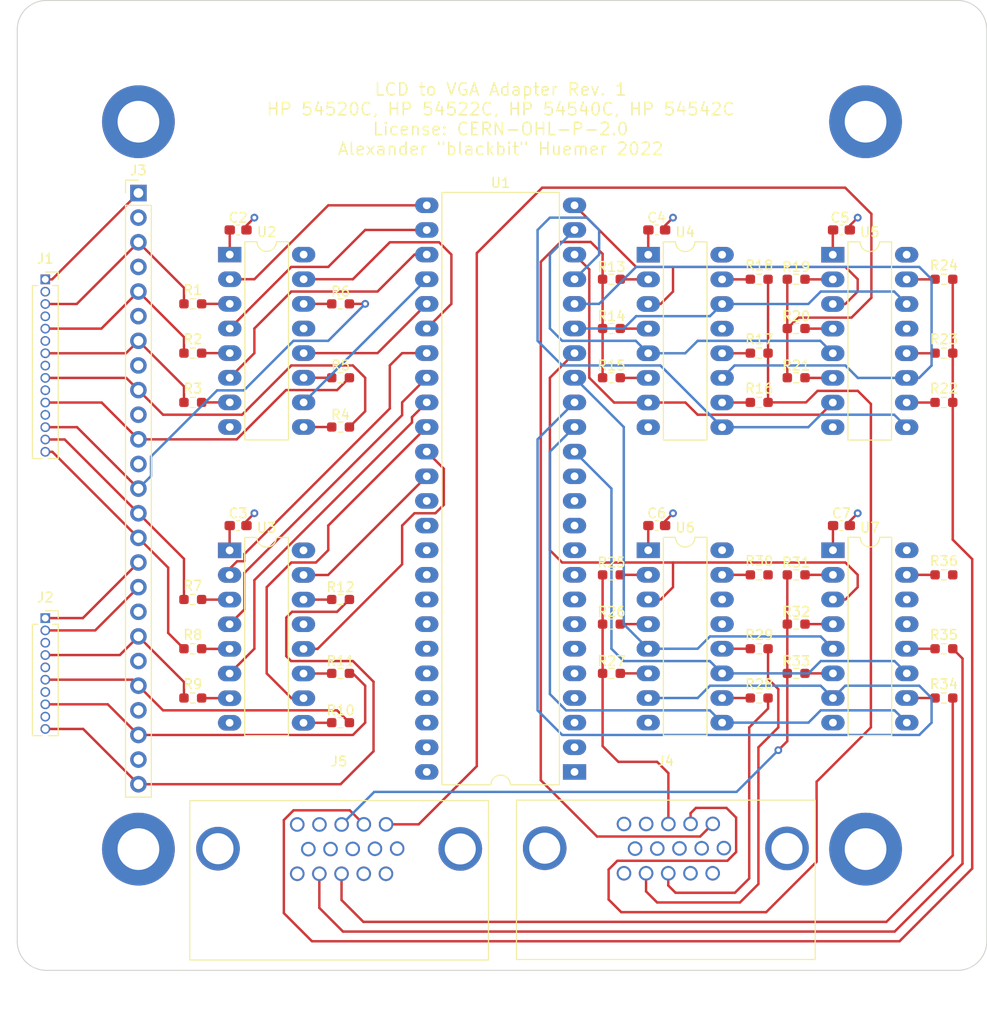
<source format=kicad_pcb>
(kicad_pcb (version 20211014) (generator pcbnew)
  (title_block (title "HP 545xxC LCD to VGA Adapter") (date "2022-12-20") (rev "1") (company "Alexander Huemer 2022") (comment 4 "License: CERN-OHL-P-2.0"))
  (layers (0 "F.Cu" signal) (1 "In1.Cu" signal) (2 "In2.Cu" signal) (31 "B.Cu" signal) (34 "B.Paste" user) (35 "F.Paste" user) (36 "B.SilkS" user "B.Silkscreen") (37 "F.SilkS" user "F.Silkscreen") (38 "B.Mask" user) (39 "F.Mask" user) (44 "Edge.Cuts" user))
  (net 0 "")
  (net 1 "/in_01")
  (net 8 "/in_03")
  (net 10 "/in_05")
  (net 14 "/in_07")
  (net 15 "/in_09")
  (net 16 "/in_11")
  (net 17 "/in_13")
  (net 18 "/in_14")
  (net 19 "/in_15")
  (net 20 "/in_19")
  (net 21 "/in_21")
  (net 22 "/in_23")
  (net 23 "/in_25")
  (net 36 "GND")
  (net 37 "+5V")
  (net 48 "Net-(R13-Pad1)")
  (net 49 "Net-(R14-Pad1)")
  (net 50 "Net-(R15-Pad1)")
  (net 51 "Net-(R16-Pad1)")
  (net 52 "Net-(R17-Pad1)")
  (net 53 "Net-(R18-Pad1)")
  (net 54 "Net-(R19-Pad1)")
  (net 55 "Net-(R20-Pad1)")
  (net 56 "Net-(R21-Pad1)")
  (net 57 "Net-(R22-Pad1)")
  (net 58 "Net-(R23-Pad1)")
  (net 59 "Net-(R24-Pad1)")
  (net 60 "Net-(R25-Pad1)")
  (net 61 "Net-(R26-Pad1)")
  (net 62 "Net-(R27-Pad1)")
  (net 63 "Net-(R1-Pad2)")
  (net 64 "Net-(R2-Pad2)")
  (net 65 "Net-(R3-Pad2)")
  (net 66 "Net-(R4-Pad2)")
  (net 67 "Net-(R5-Pad2)")
  (net 68 "Net-(R6-Pad2)")
  (net 69 "Net-(R7-Pad2)")
  (net 70 "Net-(R8-Pad2)")
  (net 71 "Net-(R9-Pad2)")
  (net 72 "Net-(R10-Pad2)")
  (net 73 "Net-(R11-Pad2)")
  (net 74 "Net-(R12-Pad2)")
  (net 75 "Net-(R28-Pad1)")
  (net 76 "Net-(R29-Pad1)")
  (net 77 "Net-(R30-Pad1)")
  (net 79 "Net-(R31-Pad1)")
  (net 80 "Net-(R32-Pad1)")
  (net 81 "Net-(R33-Pad1)")
  (net 82 "Net-(R34-Pad1)")
  (net 83 "Net-(R35-Pad1)")
  (net 84 "Net-(R36-Pad1)")
  (net 86 "/f_out_vsync")
  (net 87 "/f_out_hsync")
  (net 88 "/f_out_b2")
  (net 89 "/f_out_b1")
  (net 90 "/f_out_b0")
  (net 91 "/f_out_g2")
  (net 92 "/f_out_g1")
  (net 93 "/f_out_g0")
  (net 94 "/f_out_r2")
  (net 95 "/f_out_r1")
  (net 96 "/f_out_r0")
  (net 97 "/f_in_01")
  (net 98 "/f_in_02")
  (net 99 "/f_in_03")
  (net 100 "/f_in_04")
  (net 101 "/f_in_05")
  (net 102 "/f_in_06")
  (net 103 "/f_in_07")
  (net 104 "/f_in_08")
  (net 105 "/f_in_09")
  (net 106 "/f_in_10")
  (net 107 "/f_in_11")
  (net 108 "/f_in_12")
  (net 121 "/vga_red_1")
  (net 122 "/vga_green_1")
  (net 123 "/vga_red_2")
  (net 124 "/vga_green_2")
  (net 125 "/vga_blue_1")
  (net 126 "/vga_hsync_1")
  (net 127 "/vga_vsync_1")
  (net 128 "/vga_blue_2")
  (net 129 "/vga_hsync_2")
  (net 130 "/vga_vsync_2")
  (footprint "Package_DIP:DIP-16_W7.62mm_LongPads" (layer "F.Cu") (at 184.135 106.68)
    (fp_text reference "U7")
    (fp_text value "74HC4050")
  )
  (footprint "Resistor_SMD:R_0603_1608Metric_Pad0.98x0.95mm_HandSolder" (layer "F.Cu") (at 180.34 119.38 180)
    (fp_text reference "R33")
    (fp_text value "R" hide)
  )
  (footprint "Resistor_SMD:R_0603_1608Metric_Pad0.98x0.95mm_HandSolder" (layer "F.Cu") (at 161.29 78.74 180)
    (fp_text reference "R13")
    (fp_text value "330" hide)
  )
  (footprint "Resistor_SMD:R_0603_1608Metric_Pad0.98x0.95mm_HandSolder" (layer "F.Cu") (at 176.53 86.36)
    (fp_text reference "R17")
    (fp_text value "R" hide)
  )
  (footprint "Resistor_SMD:R_0603_1608Metric_Pad0.98x0.95mm_HandSolder" (layer "F.Cu") (at 118.11 111.76)
    (fp_text reference "R7")
    (fp_text value "1k" hide)
  )
  (footprint "MountingHole:MountingHole_4.3mm_M4_DIN965_Pad" (layer "F.Cu") (at 187.5 137.5)
    (fp_text reference "H3" hide)
    (fp_text value "MountingHole" hide)
  )
  (footprint "Resistor_SMD:R_0603_1608Metric_Pad0.98x0.95mm_HandSolder" (layer "F.Cu") (at 176.53 109.22)
    (fp_text reference "R30")
    (fp_text value "R" hide)
  )
  (footprint "Resistor_SMD:R_0603_1608Metric_Pad0.98x0.95mm_HandSolder" (layer "F.Cu") (at 118.11 116.84)
    (fp_text reference "R8")
    (fp_text value "1k" hide)
  )
  (footprint "Resistor_SMD:R_0603_1608Metric_Pad0.98x0.95mm_HandSolder" (layer "F.Cu") (at 118.11 91.44)
    (fp_text reference "R3")
    (fp_text value "1k" hide)
  )
  (footprint "Resistor_SMD:R_0603_1608Metric_Pad0.98x0.95mm_HandSolder" (layer "F.Cu") (at 161.29 88.9 180)
    (fp_text reference "R15")
    (fp_text value "R" hide)
  )
  (footprint "Resistor_SMD:R_0603_1608Metric_Pad0.98x0.95mm_HandSolder" (layer "F.Cu") (at 195.58 109.22)
    (fp_text reference "R36")
    (fp_text value "R" hide)
  )
  (footprint "Resistor_SMD:R_0603_1608Metric_Pad0.98x0.95mm_HandSolder" (layer "F.Cu") (at 176.53 91.44)
    (fp_text reference "R16")
    (fp_text value "330" hide)
  )
  (footprint "MountingHole:MountingHole_4.3mm_M4_DIN965_Pad" (layer "F.Cu") (at 187.5 62.5)
    (fp_text reference "H2" hide)
    (fp_text value "MountingHole" hide)
  )
  (footprint "Resistor_SMD:R_0603_1608Metric_Pad0.98x0.95mm_HandSolder" (layer "F.Cu") (at 118.11 121.92)
    (fp_text reference "R9")
    (fp_text value "1k" hide)
  )
  (footprint "Resistor_SMD:R_0603_1608Metric_Pad0.98x0.95mm_HandSolder" (layer "F.Cu") (at 180.34 83.82 180)
    (fp_text reference "R20")
    (fp_text value "R" hide)
  )
  (footprint "Resistor_SMD:R_0603_1608Metric_Pad0.98x0.95mm_HandSolder" (layer "F.Cu") (at 161.29 114.3 180)
    (fp_text reference "R26")
    (fp_text value "R" hide)
  )
  (footprint "Resistor_SMD:R_0603_1608Metric_Pad0.98x0.95mm_HandSolder" (layer "F.Cu") (at 180.34 88.9 180)
    (fp_text reference "R21")
    (fp_text value "R" hide)
  )
  (footprint "Resistor_SMD:R_0603_1608Metric_Pad0.98x0.95mm_HandSolder" (layer "F.Cu") (at 161.29 83.82 180)
    (fp_text reference "R14")
    (fp_text value "R" hide)
  )
  (footprint "Resistor_SMD:R_0603_1608Metric_Pad0.98x0.95mm_HandSolder" (layer "F.Cu") (at 133.35 81.28 180)
    (fp_text reference "R6")
    (fp_text value "1k" hide)
  )
  (footprint "Capacitor_SMD:C_0603_1608Metric_Pad1.08x0.95mm_HandSolder" (layer "F.Cu") (at 165.9625 104.14 180)
    (fp_text reference "C6")
    (fp_text value "100n" hide)
  )
  (footprint "Package_DIP:DIP-16_W7.62mm_LongPads" (layer "F.Cu") (at 121.905 106.695)
    (fp_text reference "U3")
    (fp_text value "74HC4050")
  )
  (footprint "Resistor_SMD:R_0603_1608Metric_Pad0.98x0.95mm_HandSolder" (layer "F.Cu") (at 133.35 124.46 180)
    (fp_text reference "R10")
    (fp_text value "1k" hide)
  )
  (footprint "Resistor_SMD:R_0603_1608Metric_Pad0.98x0.95mm_HandSolder" (layer "F.Cu") (at 180.34 78.74 180)
    (fp_text reference "R19")
    (fp_text value "330" hide)
  )
  (footprint "Resistor_SMD:R_0603_1608Metric_Pad0.98x0.95mm_HandSolder" (layer "F.Cu") (at 176.53 78.74)
    (fp_text reference "R18")
    (fp_text value "R" hide)
  )
  (footprint "Connector_PinHeader_2.54mm:PinHeader_1x25_P2.54mm_Vertical" (layer "F.Cu") (at 112.5 69.85)
    (fp_text reference "J3")
    (fp_text value "Conn_01x25")
  )
  (footprint "Connector_PinSocket_1.27mm:PinSocket_1x15_P1.27mm_Vertical" (layer "F.Cu") (at 102.895 78.755)
    (fp_text reference "J1")
    (fp_text value "Conn_01x15" hide)
  )
  (footprint "Capacitor_SMD:C_0603_1608Metric_Pad1.08x0.95mm_HandSolder" (layer "F.Cu") (at 185.0125 104.14 180)
    (fp_text reference "C7")
    (fp_text value "100n" hide)
  )
  (footprint "Resistor_SMD:R_0603_1608Metric_Pad0.98x0.95mm_HandSolder" (layer "F.Cu") (at 195.58 116.84)
    (fp_text reference "R35")
    (fp_text value "0" hide)
  )
  (footprint "Package_DIP:DIP-16_W7.62mm_LongPads" (layer "F.Cu") (at 165.085 106.68)
    (fp_text reference "U6")
    (fp_text value "74HC4050")
  )
  (footprint "Package_DIP:DIP-16_W7.62mm_LongPads" (layer "F.Cu") (at 121.92 76.2)
    (fp_text reference "U2")
    (fp_text value "74HC4050")
  )
  (footprint "Resistor_SMD:R_0603_1608Metric_Pad0.98x0.95mm_HandSolder" (layer "F.Cu") (at 195.58 121.92)
    (fp_text reference "R34")
    (fp_text value "0" hide)
  )
  (footprint "HP_54542C_Display_Adapter:VGA" (layer "F.Cu") (at 166.9 137.45)
    (fp_text reference "J4")
    (fp_text value "DB15_Female_HighDensity")
  )
  (footprint "Resistor_SMD:R_0603_1608Metric_Pad0.98x0.95mm_HandSolder" (layer "F.Cu") (at 195.58 78.74)
    (fp_text reference "R24")
    (fp_text value "R" hide)
  )
  (footprint "Resistor_SMD:R_0603_1608Metric_Pad0.98x0.95mm_HandSolder" (layer "F.Cu") (at 118.11 81.28)
    (fp_text reference "R1")
    (fp_text value "1k" hide)
  )
  (footprint "Package_DIP:DIP-48_W15.24mm_LongPads" (layer "F.Cu") (at 157.48 129.54 180)
    (fp_text reference "U1")
    (fp_text value "UPduino_3.0")
  )
  (footprint "Capacitor_SMD:C_0603_1608Metric_Pad1.08x0.95mm_HandSolder" (layer "F.Cu") (at 165.9625 73.66 180)
    (fp_text reference "C4")
    (fp_text value "100n" hide)
  )
  (footprint "Resistor_SMD:R_0603_1608Metric_Pad0.98x0.95mm_HandSolder" (layer "F.Cu") (at 161.29 109.22 180)
    (fp_text reference "R25")
    (fp_text value "330" hide)
  )
  (footprint "MountingHole:MountingHole_4.3mm_M4_DIN965_Pad" (layer "F.Cu") (at 112.5 62.5)
    (fp_text reference "H1" hide)
    (fp_text value "MountingHole" hide)
  )
  (footprint "Capacitor_SMD:C_0603_1608Metric_Pad1.08x0.95mm_HandSolder" (layer "F.Cu") (at 122.7825 104.14 180)
    (fp_text reference "C3")
    (fp_text value "100n" hide)
  )
  (footprint "Resistor_SMD:R_0603_1608Metric_Pad0.98x0.95mm_HandSolder" (layer "F.Cu") (at 161.29 119.38 180)
    (fp_text reference "R27")
    (fp_text value "R" hide)
  )
  (footprint "Resistor_SMD:R_0603_1608Metric_Pad0.98x0.95mm_HandSolder" (layer "F.Cu") (at 176.53 121.92)
    (fp_text reference "R28")
    (fp_text value "0" hide)
  )
  (footprint "Package_DIP:DIP-16_W7.62mm_LongPads" (layer "F.Cu") (at 165.085 76.215)
    (fp_text reference "U4")
    (fp_text value "74HC4050")
  )
  (footprint "Resistor_SMD:R_0603_1608Metric_Pad0.98x0.95mm_HandSolder" (layer "F.Cu") (at 195.58 91.44)
    (fp_text reference "R22")
    (fp_text value "330" hide)
  )
  (footprint "Resistor_SMD:R_0603_1608Metric_Pad0.98x0.95mm_HandSolder" (layer "F.Cu") (at 118.11 86.36)
    (fp_text reference "R2")
    (fp_text value "1k" hide)
  )
  (footprint "Capacitor_SMD:C_0603_1608Metric_Pad1.08x0.95mm_HandSolder" (layer "F.Cu") (at 185.0125 73.66 180)
    (fp_text reference "C5")
    (fp_text value "100n" hide)
  )
  (footprint "Resistor_SMD:R_0603_1608Metric_Pad0.98x0.95mm_HandSolder" (layer "F.Cu") (at 195.58 86.36)
    (fp_text reference "R23")
    (fp_text value "R" hide)
  )
  (footprint "Resistor_SMD:R_0603_1608Metric_Pad0.98x0.95mm_HandSolder" (layer "F.Cu") (at 180.34 114.3 180)
    (fp_text reference "R32")
    (fp_text value "R" hide)
  )
  (footprint "Resistor_SMD:R_0603_1608Metric_Pad0.98x0.95mm_HandSolder" (layer "F.Cu") (at 133.35 93.98 180)
    (fp_text reference "R4")
    (fp_text value "1k" hide)
  )
  (footprint "Connector_PinSocket_1.27mm:PinSocket_1x10_P1.27mm_Vertical" (layer "F.Cu") (at 102.895 113.68)
    (fp_text reference "J2")
    (fp_text value "Conn_01x10")
  )
  (footprint "Capacitor_SMD:C_0603_1608Metric_Pad1.08x0.95mm_HandSolder" (layer "F.Cu") (at 122.7825 73.66 180)
    (fp_text reference "C2")
    (fp_text value "100n" hide)
  )
  (footprint "Resistor_SMD:R_0603_1608Metric_Pad0.98x0.95mm_HandSolder" (layer "F.Cu") (at 133.35 111.76 180)
    (fp_text reference "R12")
    (fp_text value "1k" hide)
  )
  (footprint "Resistor_SMD:R_0603_1608Metric_Pad0.98x0.95mm_HandSolder" (layer "F.Cu") (at 176.53 116.84)
    (fp_text reference "R29")
    (fp_text value "0" hide)
  )
  (footprint "Resistor_SMD:R_0603_1608Metric_Pad0.98x0.95mm_HandSolder" (layer "F.Cu") (at 180.34 109.22 180)
    (fp_text reference "R31")
    (fp_text value "330" hide)
  )
  (footprint "Package_DIP:DIP-16_W7.62mm_LongPads" (layer "F.Cu") (at 184.12 76.215)
    (fp_text reference "U5")
    (fp_text value "74HC4050")
  )
  (footprint "Resistor_SMD:R_0603_1608Metric_Pad0.98x0.95mm_HandSolder" (layer "F.Cu") (at 133.35 119.38 180)
    (fp_text reference "R11")
    (fp_text value "1k" hide)
  )
  (footprint "Resistor_SMD:R_0603_1608Metric_Pad0.98x0.95mm_HandSolder" (layer "F.Cu") (at 133.35 88.9 180)
    (fp_text reference "R5")
    (fp_text value "1k" hide)
  )
  (footprint "HP_54542C_Display_Adapter:VGA" (layer "F.Cu") (at 133.2 137.5)
    (fp_text reference "J5")
    (fp_text value "DB15_Female_HighDensity")
  )
  (footprint "MountingHole:MountingHole_4.3mm_M4_DIN965_Pad" (layer "F.Cu") (at 112.5 137.5)
    (fp_text reference "H4" hide)
    (fp_text value "MountingHole" hide)
  )
  (gr_arc (start 103 150) (mid 100.87868 149.12132) (end 100 147) (layer "Edge.Cuts") (width 0.1))
  (gr_line (start 197 50) (end 103 50) (layer "Edge.Cuts") (width 0.1))
  (gr_line (start 200 147) (end 200 53) (layer "Edge.Cuts") (width 0.1))
  (gr_arc (start 100 53) (mid 100.87868 50.87868) (end 103 50) (layer "Edge.Cuts") (width 0.1))
  (gr_line (start 100 53) (end 100 147) (layer "Edge.Cuts") (width 0.1))
  (gr_arc (start 200 147) (mid 199.12132 149.12132) (end 197 150) (layer "Edge.Cuts") (width 0.1))
  (gr_arc (start 197 50) (mid 199.12132 50.87868) (end 200 53) (layer "Edge.Cuts") (width 0.1))
  (gr_line (start 103 150) (end 197 150) (layer "Edge.Cuts") (width 0.1))
  (gr_text "LCD to VGA Adapter Rev. 1\nHP 54520C, HP 54522C, HP 54540C, HP 54542C\nLicense: CERN-OHL-P-2.0\nAlexander {dblquote}blackbit{dblquote} Huemer 2022" (at 149.86 62.23) (layer "F.SilkS") (effects (font (size 1.27 1.27))))
  (segment (start 103.595 78.755) (end 112.5 69.85) (width 0.25) (layer "F.Cu") (net 1))
  (segment (start 102.895 78.755) (end 103.595 78.755) (width 0.25) (layer "F.Cu") (net 1))
  (segment (start 102.895 81.295) (end 106.135 81.295) (width 0.25) (layer "F.Cu") (net 8))
  (segment (start 106.135 81.295) (end 112.5 74.93) (width 0.25) (layer "F.Cu") (net 8))
  (segment (start 117.1975 79.6275) (end 117.1975 81.28) (width 0.25) (layer "F.Cu") (net 8))
  (segment (start 112.5 74.93) (end 117.1975 79.6275) (width 0.25) (layer "F.Cu") (net 8))
  (segment (start 112.5 80.01) (end 117.1975 84.7075) (width 0.25) (layer "F.Cu") (net 10))
  (segment (start 108.675 83.835) (end 112.5 80.01) (width 0.25) (layer "F.Cu") (net 10))
  (segment (start 102.895 83.835) (end 108.675 83.835) (width 0.25) (layer "F.Cu") (net 10))
  (segment (start 117.1975 84.7075) (end 117.1975 86.36) (width 0.25) (layer "F.Cu") (net 10))
  (segment (start 111.215 86.375) (end 112.5 85.09) (width 0.25) (layer "F.Cu") (net 14))
  (segment (start 117.1975 89.7875) (end 117.1975 91.44) (width 0.25) (layer "F.Cu") (net 14))
  (segment (start 112.5 85.09) (end 117.1975 89.7875) (width 0.25) (layer "F.Cu") (net 14))
  (segment (start 102.895 86.375) (end 111.215 86.375) (width 0.25) (layer "F.Cu") (net 14))
  (segment (start 123.19 92.71) (end 115.04 92.71) (width 0.25) (layer "F.Cu") (net 15))
  (segment (start 134.62 87.63) (end 128.27 87.63) (width 0.25) (layer "F.Cu") (net 15))
  (segment (start 128.27 87.63) (end 123.19 92.71) (width 0.25) (layer "F.Cu") (net 15))
  (segment (start 135.89 88.9) (end 134.62 87.63) (width 0.25) (layer "F.Cu") (net 15))
  (segment (start 135.89 92.3525) (end 135.89 88.9) (width 0.25) (layer "F.Cu") (net 15))
  (segment (start 134.2625 93.98) (end 135.89 92.3525) (width 0.25) (layer "F.Cu") (net 15))
  (segment (start 115.04 92.71) (end 112.5 90.17) (width 0.25) (layer "F.Cu") (net 15))
  (segment (start 111.245 88.915) (end 112.5 90.17) (width 0.25) (layer "F.Cu") (net 15))
  (segment (start 102.895 88.915) (end 111.245 88.915) (width 0.25) (layer "F.Cu") (net 15))
  (segment (start 108.705 91.455) (end 112.5 95.25) (width 0.25) (layer "F.Cu") (net 16))
  (segment (start 127.72099 90.17) (end 132.9925 90.17) (width 0.25) (layer "F.Cu") (net 16))
  (segment (start 112.5 95.25) (end 122.64099 95.25) (width 0.25) (layer "F.Cu") (net 16))
  (segment (start 132.9925 90.17) (end 134.2625 88.9) (width 0.25) (layer "F.Cu") (net 16))
  (segment (start 122.64099 95.25) (end 127.72099 90.17) (width 0.25) (layer "F.Cu") (net 16))
  (segment (start 102.895 91.455) (end 108.705 91.455) (width 0.25) (layer "F.Cu") (net 16))
  (segment (start 102.895 93.995) (end 106.165 93.995) (width 0.25) (layer "F.Cu") (net 17))
  (segment (start 135.89 81.28) (end 134.2625 81.28) (width 0.25) (layer "F.Cu") (net 17))
  (segment (start 106.165 93.995) (end 112.5 100.33) (width 0.25) (layer "F.Cu") (net 17))
  (via (at 135.89 81.28) (size 0.8) (drill 0.4) (layers "F.Cu" "B.Cu") (net 17))
  (segment (start 123.379505 90.2) (end 128.489505 85.09) (width 0.25) (layer "B.Cu") (net 17))
  (segment (start 113.8 99.03) (end 113.8 97.02) (width 0.25) (layer "B.Cu") (net 17))
  (segment (start 132.08 85.09) (end 135.89 81.28) (width 0.25) (layer "B.Cu") (net 17))
  (segment (start 120.62 90.2) (end 123.379505 90.2) (width 0.25) (layer "B.Cu") (net 17))
  (segment (start 128.489505 85.09) (end 132.08 85.09) (width 0.25) (layer "B.Cu") (net 17))
  (segment (start 113.8 97.02) (end 120.62 90.2) (width 0.25) (layer "B.Cu") (net 17))
  (segment (start 112.5 100.33) (end 113.8 99.03) (width 0.25) (layer "B.Cu") (net 17))
  (segment (start 117.1975 107.5675) (end 112.5 102.87) (width 0.25) (layer "F.Cu") (net 18))
  (segment (start 102.895 95.265) (end 104.895 95.265) (width 0.25) (layer "F.Cu") (net 18))
  (segment (start 104.895 95.265) (end 112.5 102.87) (width 0.25) (layer "F.Cu") (net 18))
  (segment (start 117.1975 111.76) (end 117.1975 107.5675) (width 0.25) (layer "F.Cu") (net 18))
  (segment (start 117.1975 116.84) (end 115.57 115.2125) (width 0.25) (layer "F.Cu") (net 19))
  (segment (start 112.5 105.41) (end 115.57 108.48) (width 0.25) (layer "F.Cu") (net 19))
  (segment (start 102.895 96.535) (end 103.625 96.535) (width 0.25) (layer "F.Cu") (net 19))
  (segment (start 103.625 96.535) (end 112.5 105.41) (width 0.25) (layer "F.Cu") (net 19))
  (segment (start 115.57 115.2125) (end 115.57 108.48) (width 0.25) (layer "F.Cu") (net 19))
  (segment (start 117.1975 120.2675) (end 117.1975 121.92) (width 0.25) (layer "F.Cu") (net 20))
  (segment (start 110.58 117.49) (end 112.5 115.57) (width 0.25) (layer "F.Cu") (net 20))
  (segment (start 102.895 117.49) (end 110.58 117.49) (width 0.25) (layer "F.Cu") (net 20))
  (segment (start 112.5 115.57) (end 117.1975 120.2675) (width 0.25) (layer "F.Cu") (net 20))
  (segment (start 115.04 123.19) (end 112.5 120.65) (width 0.25) (layer "F.Cu") (net 21))
  (segment (start 132.9925 123.19) (end 115.04 123.19) (width 0.25) (layer "F.Cu") (net 21))
  (segment (start 111.88 120.03) (end 112.5 120.65) (width 0.25) (layer "F.Cu") (net 21))
  (segment (start 102.895 120.03) (end 111.88 120.03) (width 0.25) (layer "F.Cu") (net 21))
  (segment (start 134.2625 124.46) (end 132.9925 123.19) (width 0.25) (layer "F.Cu") (net 21))
  (segment (start 102.895 122.57) (end 109.34 122.57) (width 0.25) (layer "F.Cu") (net 22))
  (segment (start 135.89 120.65) (end 134.62 119.38) (width 0.25) (layer "F.Cu") (net 22))
  (segment (start 112.5 125.73) (end 134.62 125.73) (width 0.25) (layer "F.Cu") (net 22))
  (segment (start 135.89 124.46) (end 135.89 120.65) (width 0.25) (layer "F.Cu") (net 22))
  (segment (start 134.62 125.73) (end 135.89 124.46) (width 0.25) (layer "F.Cu") (net 22))
  (segment (start 134.62 119.38) (end 134.2625 119.38) (width 0.25) (layer "F.Cu") (net 22))
  (segment (start 109.34 122.57) (end 112.5 125.73) (width 0.25) (layer "F.Cu") (net 22))
  (segment (start 136.75 120.24) (end 134.62 118.11) (width 0.25) (layer "F.Cu") (net 23))
  (segment (start 102.895 125.11) (end 106.8 125.11) (width 0.25) (layer "F.Cu") (net 23))
  (segment (start 132.9925 113.03) (end 134.2625 111.76) (width 0.25) (layer "F.Cu") (net 23))
  (segment (start 128.252253 118.11) (end 127.75 117.607747) (width 0.25) (layer "F.Cu") (net 23))
  (segment (start 106.8 125.11) (end 112.5 130.81) (width 0.25) (layer "F.Cu") (net 23))
  (segment (start 127.75 113.625) (end 128.345 113.03) (width 0.25) (layer "F.Cu") (net 23))
  (segment (start 128.345 113.03) (end 132.9925 113.03) (width 0.25) (layer "F.Cu") (net 23))
  (segment (start 133.35 130.81) (end 136.75 127.41) (width 0.25) (layer "F.Cu") (net 23))
  (segment (start 127.75 117.607747) (end 127.75 113.625) (width 0.25) (layer "F.Cu") (net 23))
  (segment (start 134.62 118.11) (end 128.252253 118.11) (width 0.25) (layer "F.Cu") (net 23))
  (segment (start 136.75 127.41) (end 136.75 120.24) (width 0.25) (layer "F.Cu") (net 23))
  (segment (start 112.5 130.81) (end 133.35 130.81) (width 0.25) (layer "F.Cu") (net 23))
  (segment (start 166.825 104.14) (end 166.825 103.685) (width 0.25) (layer "F.Cu") (net 36))
  (segment (start 186.69 72.39) (end 185.875 73.205) (width 0.25) (layer "F.Cu") (net 36))
  (segment (start 185.875 73.205) (end 185.875 73.66) (width 0.25) (layer "F.Cu") (net 36))
  (segment (start 166.825 103.685) (end 167.64 102.87) (width 0.25) (layer "F.Cu") (net 36))
  (segment (start 124.46 72.39) (end 123.645 73.205) (width 0.25) (layer "F.Cu") (net 36))
  (segment (start 123.645 73.205) (end 123.645 73.66) (width 0.25) (layer "F.Cu") (net 36))
  (segment (start 167.64 72.39) (end 166.825 73.205) (width 0.25) (layer "F.Cu") (net 36))
  (segment (start 123.645 103.685) (end 123.645 104.14) (width 0.25) (layer "F.Cu") (net 36))
  (segment (start 185.875 103.685) (end 186.69 102.87) (width 0.25) (layer "F.Cu") (net 36))
  (segment (start 124.46 102.87) (end 123.645 103.685) (width 0.25) (layer "F.Cu") (net 36))
  (segment (start 166.825 73.205) (end 166.825 73.66) (width 0.25) (layer "F.Cu") (net 36))
  (segment (start 185.875 104.14) (end 185.875 103.685) (width 0.25) (layer "F.Cu") (net 36))
  (via (at 186.69 102.87) (size 0.8) (drill 0.4) (layers "F.Cu" "B.Cu") (net 36))
  (via (at 186.69 72.39) (size 0.8) (drill 0.4) (layers "F.Cu" "B.Cu") (net 36))
  (via (at 167.64 72.39) (size 0.8) (drill 0.4) (layers "F.Cu" "B.Cu") (net 36))
  (via (at 124.46 102.87) (size 0.8) (drill 0.4) (layers "F.Cu" "B.Cu") (net 36))
  (via (at 124.46 72.39) (size 0.8) (drill 0.4) (layers "F.Cu" "B.Cu") (net 36))
  (via (at 167.64 102.87) (size 0.8) (drill 0.4) (layers "F.Cu" "B.Cu") (net 36))
  (segment (start 165.085 106.68) (end 165.085 104.155) (width 0.25) (layer "F.Cu") (net 37))
  (segment (start 184.135 104.155) (end 184.15 104.14) (width 0.25) (layer "F.Cu") (net 37))
  (segment (start 102.895 113.68) (end 106.77 113.68) (width 0.25) (layer "F.Cu") (net 37))
  (segment (start 121.905 106.695) (end 121.905 104.155) (width 0.25) (layer "F.Cu") (net 37))
  (segment (start 121.92 76.2) (end 121.92 73.66) (width 0.25) (layer "F.Cu") (net 37))
  (segment (start 102.895 114.95) (end 108.04 114.95) (width 0.25) (layer "F.Cu") (net 37))
  (segment (start 165.085 73.675) (end 165.1 73.66) (width 0.25) (layer "F.Cu") (net 37))
  (segment (start 106.77 113.68) (end 112.5 107.95) (width 0.25) (layer "F.Cu") (net 37))
  (segment (start 121.905 104.155) (end 121.92 104.14) (width 0.25) (layer "F.Cu") (net 37))
  (segment (start 165.085 104.155) (end 165.1 104.14) (width 0.25) (layer "F.Cu") (net 37))
  (segment (start 108.04 114.95) (end 112.5 110.49) (width 0.25) (layer "F.Cu") (net 37))
  (segment (start 184.12 76.215) (end 184.12 73.69) (width 0.25) (layer "F.Cu") (net 37))
  (segment (start 165.085 76.215) (end 165.085 73.675) (width 0.25) (layer "F.Cu") (net 37))
  (segment (start 184.12 73.69) (end 184.15 73.66) (width 0.25) (layer "F.Cu") (net 37))
  (segment (start 184.135 106.68) (end 184.135 104.155) (width 0.25) (layer "F.Cu") (net 37))
  (segment (start 162.2175 78.755) (end 165.085 78.755) (width 0.25) (layer "F.Cu") (net 48))
  (segment (start 162.2025 78.74) (end 162.2175 78.755) (width 0.25) (layer "F.Cu") (net 48))
  (segment (start 162.2175 83.835) (end 165.085 83.835) (width 0.25) (layer "F.Cu") (net 49))
  (segment (start 162.2025 83.82) (end 162.2175 83.835) (width 0.25) (layer "F.Cu") (net 49))
  (segment (start 162.2175 88.915) (end 165.085 88.915) (width 0.25) (layer "F.Cu") (net 50))
  (segment (start 162.2025 88.9) (end 162.2175 88.915) (width 0.25) (layer "F.Cu") (net 50))
  (segment (start 175.6025 91.455) (end 175.6175 91.44) (width 0.25) (layer "F.Cu") (net 51))
  (segment (start 172.705 91.455) (end 175.6025 91.455) (width 0.25) (layer "F.Cu") (net 51))
  (segment (start 175.6025 86.375) (end 175.6175 86.36) (width 0.25) (layer "F.Cu") (net 52))
  (segment (start 172.705 86.375) (end 175.6025 86.375) (width 0.25) (layer "F.Cu") (net 52))
  (segment (start 172.705 78.755) (end 175.6025 78.755) (width 0.25) (layer "F.Cu") (net 53))
  (segment (start 175.6025 78.755) (end 175.6175 78.74) (width 0.25) (layer "F.Cu") (net 53))
  (segment (start 181.2525 78.74) (end 181.2675 78.755) (width 0.25) (layer "F.Cu") (net 54))
  (segment (start 181.2675 78.755) (end 184.12 78.755) (width 0.25) (layer "F.Cu") (net 54))
  (segment (start 181.2675 83.835) (end 184.12 83.835) (width 0.25) (layer "F.Cu") (net 55))
  (segment (start 181.2525 83.82) (end 181.2675 83.835) (width 0.25) (layer "F.Cu") (net 55))
  (segment (start 181.2525 88.9) (end 181.2675 88.915) (width 0.25) (layer "F.Cu") (net 56))
  (segment (start 181.2675 88.915) (end 184.12 88.915) (width 0.25) (layer "F.Cu") (net 56))
  (segment (start 194.6525 91.455) (end 194.6675 91.44) (width 0.25) (layer "F.Cu") (net 57))
  (segment (start 191.74 91.455) (end 194.6525 91.455) (width 0.25) (layer "F.Cu") (net 57))
  (segment (start 191.74 86.375) (end 194.295 86.375) (width 0.25) (layer "F.Cu") (net 58))
  (segment (start 194.31 86.36) (end 194.6675 86.36) (width 0.25) (layer "F.Cu") (net 58))
  (segment (start 194.295 86.375) (end 194.31 86.36) (width 0.25) (layer "F.Cu") (net 58))
  (segment (start 194.6525 78.755) (end 194.6675 78.74) (width 0.25) (layer "F.Cu") (net 59))
  (segment (start 191.74 78.755) (end 194.6525 78.755) (width 0.25) (layer "F.Cu") (net 59))
  (segment (start 165.085 109.22) (end 162.2025 109.22) (width 0.25) (layer "F.Cu") (net 60))
  (segment (start 165.085 114.3) (end 162.2025 114.3) (width 0.25) (layer "F.Cu") (net 61))
  (segment (start 162.2025 119.38) (end 165.085 119.38) (width 0.25) (layer "F.Cu") (net 62))
  (segment (start 119.0225 81.28) (end 121.92 81.28) (width 0.25) (layer "F.Cu") (net 63))
  (segment (start 119.0225 86.36) (end 121.92 86.36) (width 0.25) (layer "F.Cu") (net 64))
  (segment (start 119.0225 91.44) (end 121.92 91.44) (width 0.25) (layer "F.Cu") (net 65))
  (segment (start 132.4375 93.98) (end 129.54 93.98) (width 0.25) (layer "F.Cu") (net 66))
  (segment (start 132.4375 88.9) (end 129.54 88.9) (width 0.25) (layer "F.Cu") (net 67))
  (segment (start 132.4375 81.28) (end 129.54 81.28) (width 0.25) (layer "F.Cu") (net 68))
  (segment (start 119.0225 111.76) (end 119.0375 111.775) (width 0.25) (layer "F.Cu") (net 69))
  (segment (start 119.0375 111.775) (end 121.905 111.775) (width 0.25) (layer "F.Cu") (net 69))
  (segment (start 119.0225 116.84) (end 119.0375 116.855) (width 0.25) (layer "F.Cu") (net 70))
  (segment (start 119.0375 116.855) (end 121.905 116.855) (width 0.25) (layer "F.Cu") (net 70))
  (segment (start 119.0225 121.92) (end 119.0375 121.935) (width 0.25) (layer "F.Cu") (net 71))
  (segment (start 119.0375 121.935) (end 121.905 121.935) (width 0.25) (layer "F.Cu") (net 71))
  (segment (start 129.525 124.475) (end 132.4225 124.475) (width 0.25) (layer "F.Cu") (net 72))
  (segment (start 132.4225 124.475) (end 132.4375 124.46) (width 0.25) (layer "F.Cu") (net 72))
  (segment (start 129.525 119.395) (end 132.4225 119.395) (width 0.25) (layer "F.Cu") (net 73))
  (segment (start 132.4225 119.395) (end 132.4375 119.38) (width 0.25) (layer "F.Cu") (net 73))
  (segment (start 129.525 111.775) (end 132.4225 111.775) (width 0.25) (layer "F.Cu") (net 74))
  (segment (start 132.4225 111.775) (end 132.4375 111.76) (width 0.25) (layer "F.Cu") (net 74))
  (segment (start 175.6175 121.92) (end 172.705 121.92) (width 0.25) (layer "F.Cu") (net 75))
  (segment (start 175.6175 116.84) (end 172.705 116.84) (width 0.25) (layer "F.Cu") (net 76))
  (segment (start 175.6175 109.22) (end 172.705 109.22) (width 0.25) (layer "F.Cu") (net 77))
  (segment (start 181.2525 109.22) (end 184.135 109.22) (width 0.25) (layer "F.Cu") (net 79))
  (segment (start 181.2525 114.3) (end 184.135 114.3) (width 0.25) (layer "F.Cu") (net 80))
  (segment (start 181.2525 119.38) (end 184.135 119.38) (width 0.25) (layer "F.Cu") (net 81))
  (segment (start 194.6675 121.92) (end 191.755 121.92) (width 0.25) (layer "F.Cu") (net 82))
  (segment (start 194.6675 116.84) (end 191.755 116.84) (width 0.25) (layer "F.Cu") (net 83))
  (segment (start 194.6675 109.22) (end 191.755 109.22) (width 0.25) (layer "F.Cu") (net 84))
  (segment (start 161.29 100.33) (end 161.29 116.84) (width 0.25) (layer "B.Cu") (net 86))
  (segment (start 182.88 118.11) (end 190.485 118.11) (width 0.25) (layer "B.Cu") (net 86))
  (segment (start 161.29 116.84) (end 162.56 118.11) (width 0.25) (layer "B.Cu") (net 86))
  (segment (start 181.61 119.38) (end 182.88 118.11) (width 0.25) (layer "B.Cu") (net 86))
  (segment (start 171.435 118.11) (end 172.705 119.38) (width 0.25) (layer "B.Cu") (net 86))
  (segment (start 157.48 96.52) (end 161.29 100.33) (width 0.25) (layer "B.Cu") (net 86))
  (segment (start 190.485 118.11) (end 191.755 119.38) (width 0.25) (layer "B.Cu") (net 86))
  (segment (start 162.56 118.11) (end 171.435 118.11) (width 0.25) (layer "B.Cu") (net 86))
  (segment (start 172.705 119.38) (end 181.61 119.38) (width 0.25) (layer "B.Cu") (net 86))
  (segment (start 171.435 123.19) (end 172.705 124.46) (width 0.25) (layer "B.Cu") (net 87))
  (segment (start 181.61 124.46) (end 182.88 123.19) (width 0.25) (layer "B.Cu") (net 87))
  (segment (start 154.94 121.51599) (end 156.61401 123.19) (width 0.25) (layer "B.Cu") (net 87))
  (segment (start 172.705 124.46) (end 181.61 124.46) (width 0.25) (layer "B.Cu") (net 87))
  (segment (start 190.485 123.19) (end 191.755 124.46) (width 0.25) (layer "B.Cu") (net 87))
  (segment (start 156.61401 123.19) (end 171.435 123.19) (width 0.25) (layer "B.Cu") (net 87))
  (segment (start 182.88 123.19) (end 190.485 123.19) (width 0.25) (layer "B.Cu") (net 87))
  (segment (start 157.48 93.98) (end 154.94 96.52) (width 0.25) (layer "B.Cu") (net 87))
  (segment (start 154.94 96.52) (end 154.94 121.51599) (width 0.25) (layer "B.Cu") (net 87))
  (segment (start 165.085 121.92) (end 170.18 121.92) (width 0.25) (layer "B.Cu") (net 88))
  (segment (start 157.48 91.44) (end 153.67 95.25) (width 0.25) (layer "B.Cu") (net 88))
  (segment (start 153.67 123.19) (end 156.21 125.73) (width 0.25) (layer "B.Cu") (net 88))
  (segment (start 193.04 125.73) (end 194.31 124.46) (width 0.25) (layer "B.Cu") (net 88))
  (segment (start 194.31 121.92) (end 193.04 120.65) (width 0.25) (layer "B.Cu") (net 88))
  (segment (start 171.45 120.65) (end 182.865 120.65) (width 0.25) (layer "B.Cu") (net 88))
  (segment (start 153.67 95.25) (end 153.67 123.19) (width 0.25) (layer "B.Cu") (net 88))
  (segment (start 194.31 124.46) (end 194.31 121.92) (width 0.25) (layer "B.Cu") (net 88))
  (segment (start 182.865 120.65) (end 184.135 121.92) (width 0.25) (layer "B.Cu") (net 88))
  (segment (start 185.405 120.65) (end 184.135 121.92) (width 0.25) (layer "B.Cu") (net 88))
  (segment (start 156.21 125.73) (end 193.04 125.73) (width 0.25) (layer "B.Cu") (net 88))
  (segment (start 170.18 121.92) (end 171.45 120.65) (width 0.25) (layer "B.Cu") (net 88))
  (segment (start 193.04 120.65) (end 185.405 120.65) (width 0.25) (layer "B.Cu") (net 88))
  (segment (start 162.56 93.98) (end 162.56 114.315) (width 0.25) (layer "B.Cu") (net 89))
  (segment (start 170.18 116.84) (end 171.45 115.57) (width 0.25) (layer "B.Cu") (net 89))
  (segment (start 171.45 115.57) (end 182.865 115.57) (width 0.25) (layer "B.Cu") (net 89))
  (segment (start 182.865 115.57) (end 184.135 116.84) (width 0.25) (layer "B.Cu") (net 89))
  (segment (start 162.56 114.315) (end 165.085 116.84) (width 0.25) (layer "B.Cu") (net 89))
  (segment (start 165.085 116.84) (end 170.18 116.84) (width 0.25) (layer "B.Cu") (net 89))
  (segment (start 157.48 88.9) (end 162.56 93.98) (width 0.25) (layer "B.Cu") (net 89))
  (segment (start 154.94 106.68) (end 156.21 107.95) (width 0.25) (layer "F.Cu") (net 90))
  (segment (start 156.21 107.95) (end 166.37 107.95) (width 0.25) (layer "F.Cu") (net 90))
  (segment (start 186.69 109.22) (end 186.69 110.49) (width 0.25) (layer "F.Cu") (net 90))
  (segment (start 154.94 88.9) (end 154.94 106.68) (width 0.25) (layer "F.Cu") (net 90))
  (segment (start 167.64 110.49) (end 166.37 111.76) (width 0.25) (layer "F.Cu") (net 90))
  (segment (start 157.48 86.36) (end 154.94 88.9) (width 0.25) (layer "F.Cu") (net 90))
  (segment (start 166.37 107.95) (end 185.42 107.95) (width 0.25) (layer "F.Cu") (net 90))
  (segment (start 186.69 110.49) (end 185.42 111.76) (width 0.25) (layer "F.Cu") (net 90))
  (segment (start 167.64 107.95) (end 167.64 110.49) (width 0.25) (layer "F.Cu") (net 90))
  (segment (start 185.42 111.76) (end 184.135 111.76) (width 0.25) (layer "F.Cu") (net 90))
  (segment (start 185.42 107.95) (end 186.69 109.22) (width 0.25) (layer "F.Cu") (net 90))
  (segment (start 166.37 111.76) (end 165.085 111.76) (width 0.25) (layer "F.Cu") (net 90))
  (segment (start 181.595 81.295) (end 182.88 80.01) (width 0.25) (layer "B.Cu") (net 91))
  (segment (start 172.705 81.295) (end 181.595 81.295) (width 0.25) (layer "B.Cu") (net 91))
  (segment (start 157.48 83.82) (end 162.56 83.82) (width 0.25) (layer "B.Cu") (net 91))
  (segment (start 190.455 80.01) (end 191.74 81.295) (width 0.25) (layer "B.Cu") (net 91))
  (segment (start 182.88 80.01) (end 190.455 80.01) (width 0.25) (layer "B.Cu") (net 91))
  (segment (start 163.83 82.55) (end 171.45 82.55) (width 0.25) (layer "B.Cu") (net 91))
  (segment (start 171.45 82.55) (end 172.705 81.295) (width 0.25) (layer "B.Cu") (net 91))
  (segment (start 162.56 83.82) (end 163.83 82.55) (width 0.25) (layer "B.Cu") (net 91))
  (segment (start 193.04 77.47) (end 194.31 78.74) (width 0.25) (layer "B.Cu") (net 92))
  (segment (start 185.42 87.63) (end 173.99 87.63) (width 0.25) (layer "B.Cu") (net 92))
  (segment (start 194.31 87.63) (end 193.025 88.915) (width 0.25) (layer "B.Cu") (net 92))
  (segment (start 186.705 88.915) (end 185.42 87.63) (width 0.25) (layer "B.Cu") (net 92))
  (segment (start 193.025 88.915) (end 191.74 88.915) (width 0.25) (layer "B.Cu") (net 92))
  (segment (start 194.31 78.74) (end 194.31 87.63) (width 0.25) (layer "B.Cu") (net 92))
  (segment (start 173.99 87.63) (end 172.705 88.915) (width 0.25) (layer "B.Cu") (net 92))
  (segment (start 160.02 81.28) (end 163.83 77.47) (width 0.25) (layer "B.Cu") (net 92))
  (segment (start 191.74 88.915) (end 186.705 88.915) (width 0.25) (layer "B.Cu") (net 92))
  (segment (start 163.83 77.47) (end 193.04 77.47) (width 0.25) (layer "B.Cu") (net 92))
  (segment (start 157.48 81.28) (end 160.02 81.28) (width 0.25) (layer "B.Cu") (net 92))
  (segment (start 154.94 72.39) (end 153.67 73.66) (width 0.25) (layer "B.Cu") (net 93))
  (segment (start 158.75 72.39) (end 154.94 72.39) (width 0.25) (layer "B.Cu") (net 93))
  (segment (start 156.21 87.63) (end 166.34 87.63) (width 0.25) (layer "B.Cu") (net 93))
  (segment (start 172.705 93.995) (end 181.595 93.995) (width 0.25) (layer "B.Cu") (net 93))
  (segment (start 160.02 76.2) (end 160.02 73.66) (width 0.25) (layer "B.Cu") (net 93))
  (segment (start 181.595 93.995) (end 182.88 92.71) (width 0.25) (layer "B.Cu") (net 93))
  (segment (start 153.67 85.09) (end 156.21 87.63) (width 0.25) (layer "B.Cu") (net 93))
  (segment (start 157.48 78.74) (end 160.02 76.2) (width 0.25) (layer "B.Cu") (net 93))
  (segment (start 190.455 92.71) (end 191.74 93.995) (width 0.25) (layer "B.Cu") (net 93))
  (segment (start 166.34 87.63) (end 172.705 93.995) (width 0.25) (layer "B.Cu") (net 93))
  (segment (start 182.88 92.71) (end 190.455 92.71) (width 0.25) (layer "B.Cu") (net 93))
  (segment (start 160.02 73.66) (end 158.75 72.39) (width 0.25) (layer "B.Cu") (net 93))
  (segment (start 153.67 73.66) (end 153.67 85.09) (width 0.25) (layer "B.Cu") (net 93))
  (segment (start 168.925 91.455) (end 170.18 92.71) (width 0.25) (layer "F.Cu") (net 94))
  (segment (start 165.085 91.455) (end 168.925 91.455) (width 0.25) (layer "F.Cu") (net 94))
  (segment (start 159.005 88.9) (end 159.005 77.725) (width 0.25) (layer "F.Cu") (net 94))
  (segment (start 182.865 92.71) (end 184.12 91.455) (width 0.25) (layer "F.Cu") (net 94))
  (segment (start 161.56 91.455) (end 159.005 88.9) (width 0.25) (layer "F.Cu") (net 94))
  (segment (start 159.005 77.725) (end 157.48 76.2) (width 0.25) (layer "F.Cu") (net 94))
  (segment (start 170.18 92.71) (end 182.865 92.71) (width 0.25) (layer "F.Cu") (net 94))
  (segment (start 165.085 91.455) (end 161.56 91.455) (width 0.25) (layer "F.Cu") (net 94))
  (segment (start 165.085 86.375) (end 168.895 86.375) (width 0.25) (layer "B.Cu") (net 95))
  (segment (start 156.21 85.09) (end 163.8 85.09) (width 0.25) (layer "B.Cu") (net 95))
  (segment (start 170.18 85.09) (end 182.835 85.09) (width 0.25) (layer "B.Cu") (net 95))
  (segment (start 154.94 83.82) (end 156.21 85.09) (width 0.25) (layer "B.Cu") (net 95))
  (segment (start 157.48 73.66) (end 154.94 76.2) (width 0.25) (layer "B.Cu") (net 95))
  (segment (start 168.895 86.375) (end 170.18 85.09) (width 0.25) (layer "B.Cu") (net 95))
  (segment (start 163.8 85.09) (end 165.085 86.375) (width 0.25) (layer "B.Cu") (net 95))
  (segment (start 182.835 85.09) (end 184.12 86.375) (width 0.25) (layer "B.Cu") (net 95))
  (segment (start 154.94 76.2) (end 154.94 83.82) (width 0.25) (layer "B.Cu") (net 95))
  (segment (start 185.42 77.47) (end 186.69 78.74) (width 0.25) (layer "F.Cu") (net 96))
  (segment (start 157.48 71.12) (end 163.83 77.47) (width 0.25) (layer "F.Cu") (net 96))
  (segment (start 185.405 81.295) (end 184.12 81.295) (width 0.25) (layer "F.Cu") (net 96))
  (segment (start 186.69 78.74) (end 186.69 80.01) (width 0.25) (layer "F.Cu") (net 96))
  (segment (start 186.69 80.01) (end 185.405 81.295) (width 0.25) (layer "F.Cu") (net 96))
  (segment (start 166.37 77.47) (end 185.42 77.47) (width 0.25) (layer "F.Cu") (net 96))
  (segment (start 167.64 80.01) (end 166.355 81.295) (width 0.25) (layer "F.Cu") (net 96))
  (segment (start 166.355 81.295) (end 165.085 81.295) (width 0.25) (layer "F.Cu") (net 96))
  (segment (start 167.64 77.47) (end 167.64 80.01) (width 0.25) (layer "F.Cu") (net 96))
  (segment (start 163.83 77.47) (end 166.37 77.47) (width 0.25) (layer "F.Cu") (net 96))
  (segment (start 121.92 78.74) (end 124.46 78.74) (width 0.25) (layer "F.Cu") (net 97))
  (segment (start 132.08 71.12) (end 142.24 71.12) (width 0.25) (layer "F.Cu") (net 97))
  (segment (start 124.46 78.74) (end 132.08 71.12) (width 0.25) (layer "F.Cu") (net 97))
  (segment (start 135.89 73.66) (end 142.24 73.66) (width 0.25) (layer "F.Cu") (net 98))
  (segment (start 132.08 77.47) (end 135.89 73.66) (width 0.25) (layer "F.Cu") (net 98))
  (segment (start 128.27 77.47) (end 132.08 77.47) (width 0.25) (layer "F.Cu") (net 98))
  (segment (start 121.92 83.82) (end 128.27 77.47) (width 0.25) (layer "F.Cu") (net 98))
  (segment (start 140.97 76.2) (end 142.24 76.2) (width 0.25) (layer "F.Cu") (net 99))
  (segment (start 128.27 80.01) (end 137.16 80.01) (width 0.25) (layer "F.Cu") (net 99))
  (segment (start 124.46 83.82) (end 128.27 80.01) (width 0.25) (layer "F.Cu") (net 99))
  (segment (start 121.92 88.9) (end 124.46 86.36) (width 0.25) (layer "F.Cu") (net 99))
  (segment (start 124.46 86.36) (end 124.46 83.82) (width 0.25) (layer "F.Cu") (net 99))
  (segment (start 137.16 80.01) (end 140.97 76.2) (width 0.25) (layer "F.Cu") (net 99))
  (segment (start 129.54 91.44) (end 142.24 78.74) (width 0.25) (layer "B.Cu") (net 100))
  (segment (start 129.54 86.36) (end 137.16 86.36) (width 0.25) (layer "F.Cu") (net 101))
  (segment (start 137.16 86.36) (end 142.24 81.28) (width 0.25) (layer "F.Cu") (net 101))
  (segment (start 134.62 78.74) (end 138.43 74.93) (width 0.25) (layer "F.Cu") (net 102))
  (segment (start 143.51 74.93) (end 144.78 76.2) (width 0.25) (layer "F.Cu") (net 102))
  (segment (start 138.43 74.93) (end 143.51 74.93) (width 0.25) (layer "F.Cu") (net 102))
  (segment (start 129.54 78.74) (end 134.62 78.74) (width 0.25) (layer "F.Cu") (net 102))
  (segment (start 144.78 81.28) (end 142.24 83.82) (width 0.25) (layer "F.Cu") (net 102))
  (segment (start 144.78 76.2) (end 144.78 81.28) (width 0.25) (layer "F.Cu") (net 102))
  (segment (start 121.905 108.595) (end 122.68 107.82) (width 0.25) (layer "F.Cu") (net 103))
  (segment (start 123.43 107.82) (end 123.43 107.07) (width 0.25) (layer "F.Cu") (net 103))
  (segment (start 123.43 107.07) (end 138.43 92.07) (width 0.25) (layer "F.Cu") (net 103))
  (segment (start 121.905 109.235) (end 121.905 108.595) (width 0.25) (layer "F.Cu") (net 103))
  (segment (start 139.7 86.36) (end 142.24 86.36) (width 0.25) (layer "F.Cu") (net 103))
  (segment (start 138.43 92.07) (end 138.43 87.63) (width 0.25) (layer "F.Cu") (net 103))
  (segment (start 122.68 107.82) (end 123.43 107.82) (width 0.25) (layer "F.Cu") (net 103))
  (segment (start 138.43 87.63) (end 139.7 86.36) (width 0.25) (layer "F.Cu") (net 103))
  (segment (start 123.43 112.79) (end 123.43 109.025) (width 0.25) (layer "F.Cu") (net 104))
  (segment (start 121.905 114.315) (end 123.43 112.79) (width 0.25) (layer "F.Cu") (net 104))
  (segment (start 123.43 109.025) (end 139.7 92.755) (width 0.25) (layer "F.Cu") (net 104))
  (segment (start 139.7 92.755) (end 139.7 91.44) (width 0.25) (layer "F.Cu") (net 104))
  (segment (start 139.7 91.44) (end 142.24 88.9) (width 0.25) (layer "F.Cu") (net 104))
  (segment (start 124.46 109.76901) (end 140.715 93.51401) (width 0.25) (layer "F.Cu") (net 105))
  (segment (start 140.715 93.51401) (end 140.715 92.965) (width 0.25) (layer "F.Cu") (net 105))
  (segment (start 124.46 116.84) (end 124.46 109.76901) (width 0.25) (layer "F.Cu") (net 105))
  (segment (start 121.905 119.395) (end 124.46 116.84) (width 0.25) (layer "F.Cu") (net 105))
  (segment (start 140.715 92.965) (end 142.24 91.44) (width 0.25) (layer "F.Cu") (net 105))
  (segment (start 132.08 106.68) (end 130.81 107.95) (width 0.25) (layer "F.Cu") (net 106))
  (segment (start 132.08 104.14) (end 132.08 106.68) (width 0.25) (layer "F.Cu") (net 106))
  (segment (start 125.73 110.49) (end 125.73 119.38) (width 0.25) (layer "F.Cu") (net 106))
  (segment (start 128.285 121.935) (end 129.525 121.935) (width 0.25) (layer "F.Cu") (net 106))
  (segment (start 142.24 93.98) (end 132.08 104.14) (width 0.25) (layer "F.Cu") (net 106))
  (segment (start 128.27 107.95) (end 125.73 110.49) (width 0.25) (layer "F.Cu") (net 106))
  (segment (start 130.81 107.95) (end 128.27 107.95) (width 0.25) (layer "F.Cu") (net 106))
  (segment (start 125.73 119.38) (end 128.285 121.935) (width 0.25) (layer "F.Cu") (net 106))
  (segment (start 144 98.28) (end 142.24 96.52) (width 0.25) (layer "F.Cu") (net 107))
  (segment (start 140.97 102.87) (end 143.13 102.87) (width 0.25) (layer "F.Cu") (net 107))
  (segment (start 129.525 116.855) (end 130.975 116.855) (width 0.25) (layer "F.Cu") (net 107))
  (segment (start 143.13 102.87) (end 144 102) (width 0.25) (layer "F.Cu") (net 107))
  (segment (start 144 102) (end 144 98.28) (width 0.25) (layer "F.Cu") (net 107))
  (segment (start 139.7 104.14) (end 140.97 102.87) (width 0.25) (layer "F.Cu") (net 107))
  (segment (start 130.975 116.855) (end 139.7 108.13) (width 0.25) (layer "F.Cu") (net 107))
  (segment (start 139.7 108.13) (end 139.7 104.14) (width 0.25) (layer "F.Cu") (net 107))
  (segment (start 129.525 109.235) (end 132.065 109.235) (width 0.25) (layer "F.Cu") (net 108))
  (segment (start 132.065 109.235) (end 142.24 99.06) (width 0.25) (layer "F.Cu") (net 108))
  (segment (start 160.3775 83.82) (end 160.3775 88.9) (width 0.25) (layer "F.Cu") (net 121))
  (segment (start 154 130.4) (end 154 76.95) (width 0.25) (layer "F.Cu") (net 121))
  (segment (start 154 76.95) (end 156.05 74.9) (width 0.25) (layer "F.Cu") (net 121))
  (segment (start 159.15 74.9) (end 160.3775 76.1275) (width 0.25) (layer "F.Cu") (net 121))
  (segment (start 159.8 136.2) (end 154 130.4) (width 0.25) (layer "F.Cu") (net 121))
  (segment (start 170.436837 136.2) (end 159.8 136.2) (width 0.25) (layer "F.Cu") (net 121))
  (segment (start 160.3775 76.1275) (end 160.3775 78.74) (width 0.25) (layer "F.Cu") (net 121))
  (segment (start 156.05 74.9) (end 159.15 74.9) (width 0.25) (layer "F.Cu") (net 121))
  (segment (start 171.7415 134.895337) (end 170.436837 136.2) (width 0.25) (layer "F.Cu") (net 121))
  (segment (start 160.3775 78.74) (end 160.3775 83.82) (width 0.25) (layer "F.Cu") (net 121))
  (segment (start 161.9 138.7) (end 173.25 138.7) (width 0.25) (layer "F.Cu") (net 122))
  (segment (start 177.4425 86.36) (end 177.4425 78.74) (width 0.25) (layer "F.Cu") (net 122))
  (segment (start 186.7 90.25) (end 188.05 91.6) (width 0.25) (layer "F.Cu") (net 122))
  (segment (start 182.55 90.25) (end 186.7 90.25) (width 0.25) (layer "F.Cu") (net 122))
  (segment (start 174.15 137.8) (end 174.15 134.25) (width 0.25) (layer "F.Cu") (net 122))
  (segment (start 182.45 130.55) (end 182.45 138.8) (width 0.25) (layer "F.Cu") (net 122))
  (segment (start 173.25 138.7) (end 174.15 137.8) (width 0.25) (layer "F.Cu") (net 122))
  (segment (start 173.15 133.25) (end 170 133.25) (width 0.25) (layer "F.Cu") (net 122))
  (segment (start 162.3 144) (end 161 142.7) (width 0.25) (layer "F.Cu") (net 122))
  (segment (start 188.05 124.95) (end 182.45 130.55) (width 0.25) (layer "F.Cu") (net 122))
  (segment (start 182.45 138.8) (end 177.25 144) (width 0.25) (layer "F.Cu") (net 122))
  (segment (start 177.25 144) (end 162.3 144) (width 0.25) (layer "F.Cu") (net 122))
  (segment (start 161 142.7) (end 161 139.6) (width 0.25) (layer "F.Cu") (net 122))
  (segment (start 177.4425 91.44) (end 177.4425 86.36) (width 0.25) (layer "F.Cu") (net 122))
  (segment (start 169.4515 133.7985) (end 169.4515 134.895337) (width 0.25) (layer "F.Cu") (net 122))
  (segment (start 170 133.25) (end 169.4515 133.7985) (width 0.25) (layer "F.Cu") (net 122))
  (segment (start 174.15 134.25) (end 173.15 133.25) (width 0.25) (layer "F.Cu") (net 122))
  (segment (start 161 139.6) (end 161.9 138.7) (width 0.25) (layer "F.Cu") (net 122))
  (segment (start 181.36 91.44) (end 182.55 90.25) (width 0.25) (layer "F.Cu") (net 122))
  (segment (start 188.05 91.6) (end 188.05 124.95) (width 0.25) (layer "F.Cu") (net 122))
  (segment (start 177.4425 91.44) (end 181.36 91.44) (width 0.25) (layer "F.Cu") (net 122))
  (segment (start 154.15 69.3) (end 147.4 76.05) (width 0.25) (layer "F.Cu") (net 123))
  (segment (start 188.1 72) (end 185.4 69.3) (width 0.25) (layer "F.Cu") (net 123))
  (segment (start 147.4 76.05) (end 147.4 128.95) (width 0.25) (layer "F.Cu") (net 123))
  (segment (start 179.4275 83.82) (end 180.5475 82.7) (width 0.25) (layer "F.Cu") (net 123))
  (segment (start 188.1 80.65) (end 188.1 72) (width 0.25) (layer "F.Cu") (net 123))
  (segment (start 147.4 128.95) (end 141.404663 134.945337) (width 0.25) (layer "F.Cu") (net 123))
  (segment (start 180.5475 82.7) (end 186.05 82.7) (width 0.25) (layer "F.Cu") (net 123))
  (segment (start 179.4275 78.74) (end 179.4275 83.82) (width 0.25) (layer "F.Cu") (net 123))
  (segment (start 186.05 82.7) (end 188.1 80.65) (width 0.25) (layer "F.Cu") (net 123))
  (segment (start 185.4 69.3) (end 154.15 69.3) (width 0.25) (layer "F.Cu") (net 123))
  (segment (start 141.404663 134.945337) (end 138.0415 134.945337) (width 0.25) (layer "F.Cu") (net 123))
  (segment (start 179.4275 83.82) (end 179.4275 88.9) (width 0.25) (layer "F.Cu") (net 123))
  (segment (start 196.4925 91.44) (end 196.4925 105.5925) (width 0.25) (layer "F.Cu") (net 124))
  (segment (start 191 147) (end 130.4 147) (width 0.25) (layer "F.Cu") (net 124))
  (segment (start 134.306163 133.5) (end 135.7515 134.945337) (width 0.25) (layer "F.Cu") (net 124))
  (segment (start 196.4925 86.36) (end 196.4925 78.74) (width 0.25) (layer "F.Cu") (net 124))
  (segment (start 130.4 147) (end 127.5 144.1) (width 0.25) (layer "F.Cu") (net 124))
  (segment (start 127.5 144.1) (end 127.5 134.5) (width 0.25) (layer "F.Cu") (net 124))
  (segment (start 196.4925 105.5925) (end 198.5 107.6) (width 0.25) (layer "F.Cu") (net 124))
  (segment (start 196.4925 91.44) (end 196.4925 86.36) (width 0.25) (layer "F.Cu") (net 124))
  (segment (start 198.5 107.6) (end 198.5 139.5) (width 0.25) (layer "F.Cu") (net 124))
  (segment (start 127.5 134.5) (end 128.5 133.5) (width 0.25) (layer "F.Cu") (net 124))
  (segment (start 128.5 133.5) (end 134.306163 133.5) (width 0.25) (layer "F.Cu") (net 124))
  (segment (start 198.5 139.5) (end 191 147) (width 0.25) (layer "F.Cu") (net 124))
  (segment (start 160.3775 119.38) (end 160.3775 126.8775) (width 0.25) (layer "F.Cu") (net 125))
  (segment (start 167.1615 129.6615) (end 167.1615 134.91) (width 0.25) (layer "F.Cu") (net 125))
  (segment (start 160.3775 114.3) (end 160.3775 119.38) (width 0.25) (layer "F.Cu") (net 125))
  (segment (start 166 128.5) (end 167.1615 129.6615) (width 0.25) (layer "F.Cu") (net 125))
  (segment (start 160.3775 126.8775) (end 162 128.5) (width 0.25) (layer "F.Cu") (net 125))
  (segment (start 160.3775 109.22) (end 160.3775 114.3) (width 0.25) (layer "F.Cu") (net 125))
  (segment (start 162 128.5) (end 166 128.5) (width 0.25) (layer "F.Cu") (net 125))
  (segment (start 177.4425 121.92) (end 177.4425 123.0075) (width 0.25) (layer "F.Cu") (net 126))
  (segment (start 167.9 142) (end 167.150166 141.250166) (width 0.25) (layer "F.Cu") (net 126))
  (segment (start 167.150166 141.250166) (end 167.150166 139.99) (width 0.25) (layer "F.Cu") (net 126))
  (segment (start 177.4425 123.0075) (end 175.5 124.95) (width 0.25) (layer "F.Cu") (net 126))
  (segment (start 174.025 142) (end 167.9 142) (width 0.25) (layer "F.Cu") (net 126))
  (segment (start 175.5 140.525) (end 174.025 142) (width 0.25) (layer "F.Cu") (net 126))
  (segment (start 175.5 124.95) (end 175.5 140.525) (width 0.25) (layer "F.Cu") (net 126))
  (segment (start 176.45 127) (end 176.45 141.1) (width 0.25) (layer "F.Cu") (net 127))
  (segment (start 174.55 143) (end 166 143) (width 0.25) (layer "F.Cu") (net 127))
  (segment (start 177.4425 116.84) (end 177.4425 119.9425) (width 0.25) (layer "F.Cu") (net 127))
  (segment (start 166 143) (end 164.860166 141.860166) (width 0.25) (layer "F.Cu") (net 127))
  (segment (start 178.5 124.95) (end 176.45 127) (width 0.25) (layer "F.Cu") (net 127))
  (segment (start 164.860166 141.860166) (end 164.860166 139.99) (width 0.25) (layer "F.Cu") (net 127))
  (segment (start 176.45 141.1) (end 174.55 143) (width 0.25) (layer "F.Cu") (net 127))
  (segment (start 178.5 121) (end 178.5 124.95) (width 0.25) (layer "F.Cu") (net 127))
  (segment (start 177.4425 119.9425) (end 178.5 121) (width 0.25) (layer "F.Cu") (net 127))
  (segment (start 179.4275 119.38) (end 179.4275 126.3725) (width 0.25) (layer "F.Cu") (net 128))
  (segment (start 179.4275 114.3) (end 179.4275 119.38) (width 0.25) (layer "F.Cu") (net 128))
  (segment (start 179.4275 126.3725) (end 178.5 127.3) (width 0.25) (layer "F.Cu") (net 128))
  (segment (start 179.4275 109.22) (end 179.4275 114.3) (width 0.25) (layer "F.Cu") (net 128))
  (via (at 178.5 127.3) (size 0.8) (drill 0.4) (layers "F.Cu" "B.Cu") (net 128))
  (segment (start 178.5 127.3) (end 174.2 131.6) (width 0.25) (layer "B.Cu") (net 128))
  (segment (start 136.8215 131.6) (end 133.4615 134.96) (width 0.25) (layer "B.Cu") (net 128))
  (segment (start 174.2 131.6) (end 136.8215 131.6) (width 0.25) (layer "B.Cu") (net 128))
  (segment (start 196.4925 138.1575) (end 189.65 145) (width 0.25) (layer "F.Cu") (net 129))
  (segment (start 135.7 145) (end 133.450166 142.750166) (width 0.25) (layer "F.Cu") (net 129))
  (segment (start 133.450166 142.750166) (end 133.450166 140.04) (width 0.25) (layer "F.Cu") (net 129))
  (segment (start 196.4925 121.92) (end 196.4925 138.1575) (width 0.25) (layer "F.Cu") (net 129))
  (segment (start 189.65 145) (end 135.7 145) (width 0.25) (layer "F.Cu") (net 129))
  (segment (start 196.4925 116.84) (end 196.4925 116.8425) (width 0.25) (layer "F.Cu") (net 130))
  (segment (start 190.5 146) (end 133.6 146) (width 0.25) (layer "F.Cu") (net 130))
  (segment (start 197.5 139) (end 190.5 146) (width 0.25) (layer "F.Cu") (net 130))
  (segment (start 131.160166 143.560166) (end 131.160166 140.04) (width 0.25) (layer "F.Cu") (net 130))
  (segment (start 196.4925 116.8425) (end 197.5 117.85) (width 0.25) (layer "F.Cu") (net 130))
  (segment (start 133.6 146) (end 131.160166 143.560166) (width 0.25) (layer "F.Cu") (net 130))
  (segment (start 197.5 117.85) (end 197.5 139) (width 0.25) (layer "F.Cu") (net 130))
)
</source>
